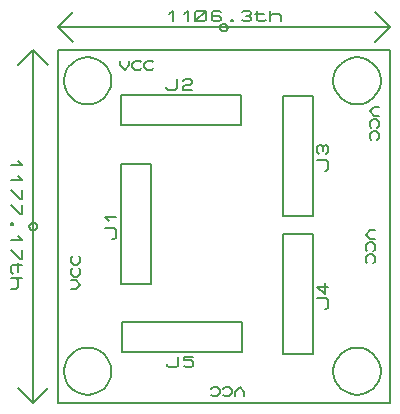
<source format=gbr>
G04 PROTEUS GERBER X2 FILE*
%TF.GenerationSoftware,Labcenter,Proteus,8.12-SP2-Build31155*%
%TF.CreationDate,2022-11-22T15:15:40+00:00*%
%TF.FileFunction,Legend,Top*%
%TF.FilePolarity,Positive*%
%TF.Part,Single*%
%TF.SameCoordinates,{db666e91-7e64-407d-bbc7-fed632b84bd4}*%
%FSLAX45Y45*%
%MOMM*%
G01*
%TA.AperFunction,Profile*%
%ADD14C,0.203200*%
%TA.AperFunction,NonMaterial*%
%ADD15C,0.203200*%
%TA.AperFunction,Material*%
%ADD18C,0.203200*%
%TD.AperFunction*%
D14*
X-4810000Y+1010000D02*
X-2000000Y+1010000D01*
X-2000000Y+4000000D01*
X-4810000Y+4000000D01*
X-4810000Y+1010000D01*
D15*
X-4810000Y+4190000D02*
X-2000000Y+4190000D01*
X-4810000Y+4190000D02*
X-4683000Y+4063000D01*
X-4810000Y+4190000D02*
X-4683000Y+4317000D01*
X-2000000Y+4190000D02*
X-2127000Y+4317000D01*
X-2000000Y+4190000D02*
X-2127000Y+4063000D01*
X-3373250Y+4190000D02*
X-3373359Y+4192634D01*
X-3374249Y+4197903D01*
X-3376111Y+4203172D01*
X-3379154Y+4208441D01*
X-3383809Y+4213643D01*
X-3389078Y+4217469D01*
X-3394347Y+4219909D01*
X-3399616Y+4221290D01*
X-3404885Y+4221750D01*
X-3405000Y+4221750D01*
X-3436750Y+4190000D02*
X-3436641Y+4192634D01*
X-3435751Y+4197903D01*
X-3433889Y+4203172D01*
X-3430846Y+4208441D01*
X-3426191Y+4213643D01*
X-3420922Y+4217469D01*
X-3415653Y+4219909D01*
X-3410384Y+4221290D01*
X-3405115Y+4221750D01*
X-3405000Y+4221750D01*
X-3436750Y+4190000D02*
X-3436641Y+4187366D01*
X-3435751Y+4182097D01*
X-3433889Y+4176828D01*
X-3430846Y+4171559D01*
X-3426191Y+4166357D01*
X-3420922Y+4162531D01*
X-3415653Y+4160091D01*
X-3410384Y+4158710D01*
X-3405115Y+4158250D01*
X-3405000Y+4158250D01*
X-3373250Y+4190000D02*
X-3373359Y+4187366D01*
X-3374249Y+4182097D01*
X-3376111Y+4176828D01*
X-3379154Y+4171559D01*
X-3383809Y+4166357D01*
X-3389078Y+4162531D01*
X-3394347Y+4160091D01*
X-3399616Y+4158710D01*
X-3404885Y+4158250D01*
X-3405000Y+4158250D01*
X-3871250Y+4301600D02*
X-3839500Y+4332080D01*
X-3839500Y+4240640D01*
X-3744250Y+4301600D02*
X-3712500Y+4332080D01*
X-3712500Y+4240640D01*
X-3649000Y+4255880D02*
X-3649000Y+4316840D01*
X-3633125Y+4332080D01*
X-3569625Y+4332080D01*
X-3553750Y+4316840D01*
X-3553750Y+4255880D01*
X-3569625Y+4240640D01*
X-3633125Y+4240640D01*
X-3649000Y+4255880D01*
X-3649000Y+4240640D02*
X-3553750Y+4332080D01*
X-3426750Y+4316840D02*
X-3442625Y+4332080D01*
X-3490250Y+4332080D01*
X-3506125Y+4316840D01*
X-3506125Y+4255880D01*
X-3490250Y+4240640D01*
X-3442625Y+4240640D01*
X-3426750Y+4255880D01*
X-3426750Y+4271120D01*
X-3442625Y+4286360D01*
X-3506125Y+4286360D01*
X-3347375Y+4255880D02*
X-3331500Y+4255880D01*
X-3331500Y+4240640D01*
X-3347375Y+4240640D01*
X-3347375Y+4255880D01*
X-3252125Y+4316840D02*
X-3236250Y+4332080D01*
X-3188625Y+4332080D01*
X-3172750Y+4316840D01*
X-3172750Y+4301600D01*
X-3188625Y+4286360D01*
X-3172750Y+4271120D01*
X-3172750Y+4255880D01*
X-3188625Y+4240640D01*
X-3236250Y+4240640D01*
X-3252125Y+4255880D01*
X-3220375Y+4286360D02*
X-3188625Y+4286360D01*
X-3125125Y+4332080D02*
X-3125125Y+4255880D01*
X-3109250Y+4240640D01*
X-3061625Y+4240640D01*
X-3045750Y+4255880D01*
X-3141000Y+4301600D02*
X-3061625Y+4301600D01*
X-2918750Y+4240640D02*
X-2918750Y+4286360D01*
X-2934625Y+4301600D01*
X-2998125Y+4301600D01*
X-3014000Y+4286360D01*
X-3014000Y+4332080D02*
X-3014000Y+4240640D01*
X-5020000Y+4000000D02*
X-5020000Y+1010000D01*
X-5020000Y+4000000D02*
X-5147000Y+3873000D01*
X-5020000Y+4000000D02*
X-4893000Y+3873000D01*
X-5020000Y+1010000D02*
X-4893000Y+1137000D01*
X-5020000Y+1010000D02*
X-5147000Y+1137000D01*
X-4988250Y+2505000D02*
X-4988359Y+2507634D01*
X-4989249Y+2512903D01*
X-4991111Y+2518172D01*
X-4994154Y+2523441D01*
X-4998809Y+2528643D01*
X-5004078Y+2532469D01*
X-5009347Y+2534909D01*
X-5014616Y+2536290D01*
X-5019885Y+2536750D01*
X-5020000Y+2536750D01*
X-5051750Y+2505000D02*
X-5051641Y+2507634D01*
X-5050751Y+2512903D01*
X-5048889Y+2518172D01*
X-5045846Y+2523441D01*
X-5041191Y+2528643D01*
X-5035922Y+2532469D01*
X-5030653Y+2534909D01*
X-5025384Y+2536290D01*
X-5020115Y+2536750D01*
X-5020000Y+2536750D01*
X-5051750Y+2505000D02*
X-5051641Y+2502366D01*
X-5050751Y+2497097D01*
X-5048889Y+2491828D01*
X-5045846Y+2486559D01*
X-5041191Y+2481357D01*
X-5035922Y+2477531D01*
X-5030653Y+2475091D01*
X-5025384Y+2473710D01*
X-5020115Y+2473250D01*
X-5020000Y+2473250D01*
X-4988250Y+2505000D02*
X-4988359Y+2502366D01*
X-4989249Y+2497097D01*
X-4991111Y+2491828D01*
X-4994154Y+2486559D01*
X-4998809Y+2481357D01*
X-5004078Y+2477531D01*
X-5009347Y+2475091D01*
X-5014616Y+2473710D01*
X-5019885Y+2473250D01*
X-5020000Y+2473250D01*
X-5148400Y+3054750D02*
X-5117920Y+3023000D01*
X-5209360Y+3023000D01*
X-5148400Y+2927750D02*
X-5117920Y+2896000D01*
X-5209360Y+2896000D01*
X-5117920Y+2816625D02*
X-5117920Y+2737250D01*
X-5133160Y+2737250D01*
X-5209360Y+2816625D01*
X-5117920Y+2689625D02*
X-5117920Y+2610250D01*
X-5133160Y+2610250D01*
X-5209360Y+2689625D01*
X-5194120Y+2530875D02*
X-5194120Y+2515000D01*
X-5209360Y+2515000D01*
X-5209360Y+2530875D01*
X-5194120Y+2530875D01*
X-5148400Y+2419750D02*
X-5117920Y+2388000D01*
X-5209360Y+2388000D01*
X-5117920Y+2308625D02*
X-5117920Y+2229250D01*
X-5133160Y+2229250D01*
X-5209360Y+2308625D01*
X-5117920Y+2181625D02*
X-5194120Y+2181625D01*
X-5209360Y+2165750D01*
X-5209360Y+2118125D01*
X-5194120Y+2102250D01*
X-5148400Y+2197500D02*
X-5148400Y+2118125D01*
X-5209360Y+1975250D02*
X-5163640Y+1975250D01*
X-5148400Y+1991125D01*
X-5148400Y+2054625D01*
X-5163640Y+2070500D01*
X-5117920Y+2070500D02*
X-5209360Y+2070500D01*
D14*
X-4357360Y+3737440D02*
X-4358020Y+3753679D01*
X-4363385Y+3786159D01*
X-4374585Y+3818639D01*
X-4392809Y+3851119D01*
X-4420676Y+3883445D01*
X-4453156Y+3908149D01*
X-4485636Y+3924137D01*
X-4518116Y+3933552D01*
X-4550596Y+3937326D01*
X-4557360Y+3937440D01*
X-4757360Y+3737440D02*
X-4756700Y+3753679D01*
X-4751335Y+3786159D01*
X-4740135Y+3818639D01*
X-4721911Y+3851119D01*
X-4694044Y+3883445D01*
X-4661564Y+3908149D01*
X-4629084Y+3924137D01*
X-4596604Y+3933552D01*
X-4564124Y+3937326D01*
X-4557360Y+3937440D01*
X-4757360Y+3737440D02*
X-4756700Y+3721201D01*
X-4751335Y+3688721D01*
X-4740135Y+3656241D01*
X-4721911Y+3623761D01*
X-4694044Y+3591435D01*
X-4661564Y+3566731D01*
X-4629084Y+3550743D01*
X-4596604Y+3541328D01*
X-4564124Y+3537554D01*
X-4557360Y+3537440D01*
X-4357360Y+3737440D02*
X-4358020Y+3721201D01*
X-4363385Y+3688721D01*
X-4374585Y+3656241D01*
X-4392809Y+3623761D01*
X-4420676Y+3591435D01*
X-4453156Y+3566731D01*
X-4485636Y+3550743D01*
X-4518116Y+3541328D01*
X-4550596Y+3537554D01*
X-4557360Y+3537440D01*
X-2077360Y+3737440D02*
X-2078020Y+3753679D01*
X-2083385Y+3786159D01*
X-2094585Y+3818639D01*
X-2112809Y+3851119D01*
X-2140676Y+3883445D01*
X-2173156Y+3908149D01*
X-2205636Y+3924137D01*
X-2238116Y+3933552D01*
X-2270596Y+3937326D01*
X-2277360Y+3937440D01*
X-2477360Y+3737440D02*
X-2476700Y+3753679D01*
X-2471335Y+3786159D01*
X-2460135Y+3818639D01*
X-2441911Y+3851119D01*
X-2414044Y+3883445D01*
X-2381564Y+3908149D01*
X-2349084Y+3924137D01*
X-2316604Y+3933552D01*
X-2284124Y+3937326D01*
X-2277360Y+3937440D01*
X-2477360Y+3737440D02*
X-2476700Y+3721201D01*
X-2471335Y+3688721D01*
X-2460135Y+3656241D01*
X-2441911Y+3623761D01*
X-2414044Y+3591435D01*
X-2381564Y+3566731D01*
X-2349084Y+3550743D01*
X-2316604Y+3541328D01*
X-2284124Y+3537554D01*
X-2277360Y+3537440D01*
X-2077360Y+3737440D02*
X-2078020Y+3721201D01*
X-2083385Y+3688721D01*
X-2094585Y+3656241D01*
X-2112809Y+3623761D01*
X-2140676Y+3591435D01*
X-2173156Y+3566731D01*
X-2205636Y+3550743D01*
X-2238116Y+3541328D01*
X-2270596Y+3537554D01*
X-2277360Y+3537440D01*
X-4357360Y+1277440D02*
X-4358020Y+1293679D01*
X-4363385Y+1326159D01*
X-4374585Y+1358639D01*
X-4392809Y+1391119D01*
X-4420676Y+1423445D01*
X-4453156Y+1448149D01*
X-4485636Y+1464137D01*
X-4518116Y+1473552D01*
X-4550596Y+1477326D01*
X-4557360Y+1477440D01*
X-4757360Y+1277440D02*
X-4756700Y+1293679D01*
X-4751335Y+1326159D01*
X-4740135Y+1358639D01*
X-4721911Y+1391119D01*
X-4694044Y+1423445D01*
X-4661564Y+1448149D01*
X-4629084Y+1464137D01*
X-4596604Y+1473552D01*
X-4564124Y+1477326D01*
X-4557360Y+1477440D01*
X-4757360Y+1277440D02*
X-4756700Y+1261201D01*
X-4751335Y+1228721D01*
X-4740135Y+1196241D01*
X-4721911Y+1163761D01*
X-4694044Y+1131435D01*
X-4661564Y+1106731D01*
X-4629084Y+1090743D01*
X-4596604Y+1081328D01*
X-4564124Y+1077554D01*
X-4557360Y+1077440D01*
X-4357360Y+1277440D02*
X-4358020Y+1261201D01*
X-4363385Y+1228721D01*
X-4374585Y+1196241D01*
X-4392809Y+1163761D01*
X-4420676Y+1131435D01*
X-4453156Y+1106731D01*
X-4485636Y+1090743D01*
X-4518116Y+1081328D01*
X-4550596Y+1077554D01*
X-4557360Y+1077440D01*
X-2077360Y+1277440D02*
X-2078020Y+1293679D01*
X-2083385Y+1326159D01*
X-2094585Y+1358639D01*
X-2112809Y+1391119D01*
X-2140676Y+1423445D01*
X-2173156Y+1448149D01*
X-2205636Y+1464137D01*
X-2238116Y+1473552D01*
X-2270596Y+1477326D01*
X-2277360Y+1477440D01*
X-2477360Y+1277440D02*
X-2476700Y+1293679D01*
X-2471335Y+1326159D01*
X-2460135Y+1358639D01*
X-2441911Y+1391119D01*
X-2414044Y+1423445D01*
X-2381564Y+1448149D01*
X-2349084Y+1464137D01*
X-2316604Y+1473552D01*
X-2284124Y+1477326D01*
X-2277360Y+1477440D01*
X-2477360Y+1277440D02*
X-2476700Y+1261201D01*
X-2471335Y+1228721D01*
X-2460135Y+1196241D01*
X-2441911Y+1163761D01*
X-2414044Y+1131435D01*
X-2381564Y+1106731D01*
X-2349084Y+1090743D01*
X-2316604Y+1081328D01*
X-2284124Y+1077554D01*
X-2277360Y+1077440D01*
X-2077360Y+1277440D02*
X-2078020Y+1261201D01*
X-2083385Y+1228721D01*
X-2094585Y+1196241D01*
X-2112809Y+1163761D01*
X-2140676Y+1131435D01*
X-2173156Y+1106731D01*
X-2205636Y+1090743D01*
X-2238116Y+1081328D01*
X-2270596Y+1077554D01*
X-2277360Y+1077440D01*
D18*
X-4277000Y+2013000D02*
X-4023000Y+2013000D01*
X-4023000Y+3029000D01*
X-4277000Y+3029000D01*
X-4277000Y+2013000D01*
X-4348120Y+2394000D02*
X-4332880Y+2394000D01*
X-4317640Y+2409875D01*
X-4317640Y+2473375D01*
X-4332880Y+2489250D01*
X-4409080Y+2489250D01*
X-4378600Y+2552750D02*
X-4409080Y+2584500D01*
X-4317640Y+2584500D01*
X-4277000Y+3363000D02*
X-3261000Y+3363000D01*
X-3261000Y+3617000D01*
X-4277000Y+3617000D01*
X-4277000Y+3363000D01*
X-3896000Y+3688120D02*
X-3896000Y+3672880D01*
X-3880125Y+3657640D01*
X-3816625Y+3657640D01*
X-3800750Y+3672880D01*
X-3800750Y+3749080D01*
X-3753125Y+3733840D02*
X-3737250Y+3749080D01*
X-3689625Y+3749080D01*
X-3673750Y+3733840D01*
X-3673750Y+3718600D01*
X-3689625Y+3703360D01*
X-3737250Y+3703360D01*
X-3753125Y+3688120D01*
X-3753125Y+3657640D01*
X-3673750Y+3657640D01*
X-2907000Y+2591000D02*
X-2653000Y+2591000D01*
X-2653000Y+3607000D01*
X-2907000Y+3607000D01*
X-2907000Y+2591000D01*
X-2551400Y+2972000D02*
X-2536160Y+2972000D01*
X-2520920Y+2987875D01*
X-2520920Y+3051375D01*
X-2536160Y+3067250D01*
X-2612360Y+3067250D01*
X-2597120Y+3114875D02*
X-2612360Y+3130750D01*
X-2612360Y+3178375D01*
X-2597120Y+3194250D01*
X-2581880Y+3194250D01*
X-2566640Y+3178375D01*
X-2551400Y+3194250D01*
X-2536160Y+3194250D01*
X-2520920Y+3178375D01*
X-2520920Y+3130750D01*
X-2536160Y+3114875D01*
X-2566640Y+3146625D02*
X-2566640Y+3178375D01*
X-2907000Y+1421000D02*
X-2653000Y+1421000D01*
X-2653000Y+2437000D01*
X-2907000Y+2437000D01*
X-2907000Y+1421000D01*
X-2551400Y+1802000D02*
X-2536160Y+1802000D01*
X-2520920Y+1817875D01*
X-2520920Y+1881375D01*
X-2536160Y+1897250D01*
X-2612360Y+1897250D01*
X-2551400Y+2024250D02*
X-2551400Y+1929000D01*
X-2612360Y+1992500D01*
X-2520920Y+1992500D01*
X-4269000Y+1443000D02*
X-3253000Y+1443000D01*
X-3253000Y+1697000D01*
X-4269000Y+1697000D01*
X-4269000Y+1443000D01*
X-3888000Y+1341400D02*
X-3888000Y+1326160D01*
X-3872125Y+1310920D01*
X-3808625Y+1310920D01*
X-3792750Y+1326160D01*
X-3792750Y+1402360D01*
X-3665750Y+1402360D02*
X-3745125Y+1402360D01*
X-3745125Y+1371880D01*
X-3681625Y+1371880D01*
X-3665750Y+1356640D01*
X-3665750Y+1326160D01*
X-3681625Y+1310920D01*
X-3729250Y+1310920D01*
X-3745125Y+1326160D01*
X-4281791Y+3906391D02*
X-4281791Y+3868291D01*
X-4243691Y+3830191D01*
X-4205591Y+3868291D01*
X-4205591Y+3906391D01*
X-4103991Y+3842891D02*
X-4116691Y+3830191D01*
X-4154791Y+3830191D01*
X-4180191Y+3855591D01*
X-4180191Y+3880991D01*
X-4154791Y+3906391D01*
X-4116691Y+3906391D01*
X-4103991Y+3893691D01*
X-4002391Y+3842891D02*
X-4015091Y+3830191D01*
X-4053191Y+3830191D01*
X-4078591Y+3855591D01*
X-4078591Y+3880991D01*
X-4053191Y+3906391D01*
X-4015091Y+3906391D01*
X-4002391Y+3893691D01*
X-2092191Y+3516791D02*
X-2130291Y+3516791D01*
X-2168391Y+3478691D01*
X-2130291Y+3440591D01*
X-2092191Y+3440591D01*
X-2155691Y+3338991D02*
X-2168391Y+3351691D01*
X-2168391Y+3389791D01*
X-2142991Y+3415191D01*
X-2117591Y+3415191D01*
X-2092191Y+3389791D01*
X-2092191Y+3351691D01*
X-2104891Y+3338991D01*
X-2155691Y+3237391D02*
X-2168391Y+3250091D01*
X-2168391Y+3288191D01*
X-2142991Y+3313591D01*
X-2117591Y+3313591D01*
X-2092191Y+3288191D01*
X-2092191Y+3250091D01*
X-2104891Y+3237391D01*
X-2127191Y+2471791D02*
X-2165291Y+2471791D01*
X-2203391Y+2433691D01*
X-2165291Y+2395591D01*
X-2127191Y+2395591D01*
X-2190691Y+2293991D02*
X-2203391Y+2306691D01*
X-2203391Y+2344791D01*
X-2177991Y+2370191D01*
X-2152591Y+2370191D01*
X-2127191Y+2344791D01*
X-2127191Y+2306691D01*
X-2139891Y+2293991D01*
X-2190691Y+2192391D02*
X-2203391Y+2205091D01*
X-2203391Y+2243191D01*
X-2177991Y+2268591D01*
X-2152591Y+2268591D01*
X-2127191Y+2243191D01*
X-2127191Y+2205091D01*
X-2139891Y+2192391D01*
X-3231791Y+1068151D02*
X-3231791Y+1106251D01*
X-3269891Y+1144351D01*
X-3307991Y+1106251D01*
X-3307991Y+1068151D01*
X-3409591Y+1131651D02*
X-3396891Y+1144351D01*
X-3358791Y+1144351D01*
X-3333391Y+1118951D01*
X-3333391Y+1093551D01*
X-3358791Y+1068151D01*
X-3396891Y+1068151D01*
X-3409591Y+1080851D01*
X-3511191Y+1131651D02*
X-3498491Y+1144351D01*
X-3460391Y+1144351D01*
X-3434991Y+1118951D01*
X-3434991Y+1093551D01*
X-3460391Y+1068151D01*
X-3498491Y+1068151D01*
X-3511191Y+1080851D01*
X-4696391Y+1971791D02*
X-4658291Y+1971791D01*
X-4620191Y+2009891D01*
X-4658291Y+2047991D01*
X-4696391Y+2047991D01*
X-4632891Y+2149591D02*
X-4620191Y+2136891D01*
X-4620191Y+2098791D01*
X-4645591Y+2073391D01*
X-4670991Y+2073391D01*
X-4696391Y+2098791D01*
X-4696391Y+2136891D01*
X-4683691Y+2149591D01*
X-4632891Y+2251191D02*
X-4620191Y+2238491D01*
X-4620191Y+2200391D01*
X-4645591Y+2174991D01*
X-4670991Y+2174991D01*
X-4696391Y+2200391D01*
X-4696391Y+2238491D01*
X-4683691Y+2251191D01*
M02*

</source>
